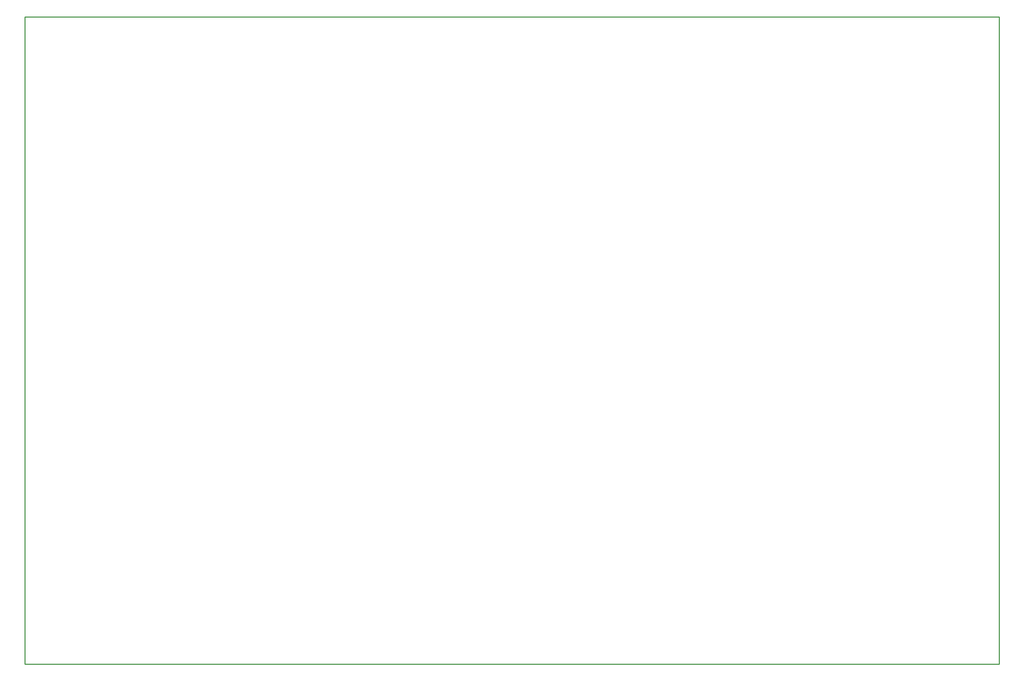
<source format=gko>
G04 Layer: BoardOutlineLayer*
G04 EasyEDA v6.5.37, 2023-12-04 20:02:08*
G04 2e98f3c38e0144009ebeba7f84222000,10*
G04 Gerber Generator version 0.2*
G04 Scale: 100 percent, Rotated: No, Reflected: No *
G04 Dimensions in millimeters *
G04 leading zeros omitted , absolute positions ,4 integer and 5 decimal *
%FSLAX45Y45*%
%MOMM*%

%ADD10C,0.2540*%
D10*
X699998Y9599980D02*
G01*
X24599950Y9599980D01*
X24599950Y-6299987D01*
X699998Y-6299987D01*
X699998Y9599980D01*

%LPD*%
M02*

</source>
